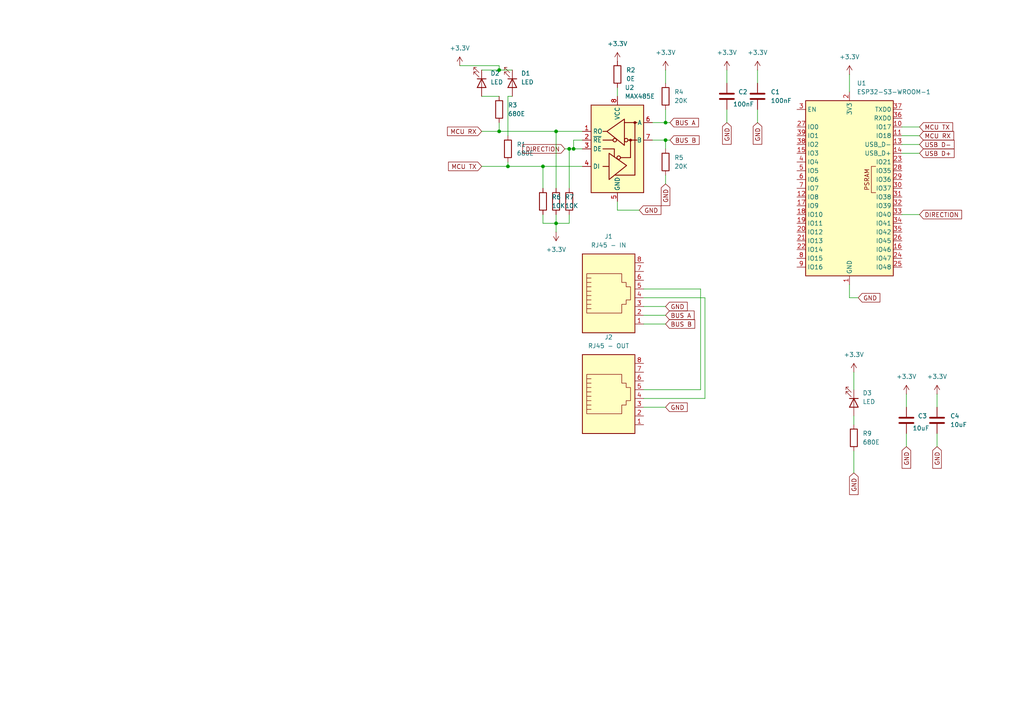
<source format=kicad_sch>
(kicad_sch (version 20250114) (generator "eeschema") (generator_version "9.0")
  (paper "A4")
  (lib_symbols
    (symbol "Connector:RJ45" (pin_names (offset 1.016))
      (property "Reference" "J" (at -5.08 13.97 0))
      (property "Value" "RJ45" (at 2.54 13.97 0))
      (symbol "RJ45_0_1"
        (polyline (pts (xy -6.35 1.905) (xy -5.08 1.905) (xy -5.08 1.905)))
        (polyline (pts (xy -6.35 0.635) (xy -5.08 0.635) (xy -5.08 0.635)))
        (polyline (pts (xy -6.35 -0.635) (xy -5.08 -0.635) (xy -5.08 -0.635)))
        (polyline (pts (xy -6.35 -1.905) (xy -5.08 -1.905) (xy -5.08 -1.905)))
        (polyline (pts (xy -6.35 -3.175) (xy -5.08 -3.175) (xy -5.08 -3.175)))
        (polyline (pts (xy -6.35 -4.445) (xy -6.35 6.985) (xy 3.81 6.985) (xy 3.81 4.445) (xy 5.08 4.445) (xy 5.08 3.175) (xy 6.35 3.175) (xy 6.35 -0.635) (xy 5.08 -0.635) (xy 5.08 -1.905) (xy 3.81 -1.905) (xy 3.81 -4.445) (xy -6.35 -4.445) (xy -6.35 -4.445)))
        (polyline (pts (xy -5.08 5.715) (xy -6.35 5.715)))
        (polyline (pts (xy -5.08 4.445) (xy -6.35 4.445)))
        (polyline (pts (xy -5.08 3.175) (xy -6.35 3.175) (xy -6.35 3.175)))
        (rectangle (start 7.62 12.7) (end -7.62 -10.16) (stroke (width 0.254)) (fill (type background)))
      )
      (symbol "RJ45_1_1"
        (pin passive line (at 10.16 10.16 180) (length 2.54) (name "~") (number "8"))
        (pin passive line (at 10.16 7.62 180) (length 2.54) (name "~") (number "7"))
        (pin passive line (at 10.16 5.08 180) (length 2.54) (name "~") (number "6"))
        (pin passive line (at 10.16 2.54 180) (length 2.54) (name "~") (number "5"))
        (pin passive line (at 10.16 0 180) (length 2.54) (name "~") (number "4"))
        (pin passive line (at 10.16 -2.54 180) (length 2.54) (name "~") (number "3"))
        (pin passive line (at 10.16 -5.08 180) (length 2.54) (name "~") (number "2"))
        (pin passive line (at 10.16 -7.62 180) (length 2.54) (name "~") (number "1"))
      )
    )
    (symbol "Device:C" (pin_numbers (hide yes)) (pin_names (offset 0.254))
      (property "Reference" "C" (at 0.635 2.54 0))
      (property "Value" "C" (at 0.635 -2.54 0))
      (symbol "C_0_1"
        (polyline (pts (xy -2.032 0.762) (xy 2.032 0.762)) (stroke (width 0.508)))
        (polyline (pts (xy -2.032 -0.762) (xy 2.032 -0.762)) (stroke (width 0.508)))
      )
      (symbol "C_1_1"
        (pin passive line (at 0 3.81 270) (length 2.794) (name "~") (number "1"))
        (pin passive line (at 0 -3.81 90) (length 2.794) (name "~") (number "2"))
      )
    )
    (symbol "Device:LED" (pin_numbers (hide yes)) (pin_names (offset 1.016) (hide yes))
      (property "Reference" "D" (at 0 2.54 0))
      (property "Value" "LED" (at 0 -2.54 0))
      (symbol "LED_0_1"
        (polyline (pts (xy -3.048 -0.762) (xy -4.572 -2.286) (xy -3.81 -2.286) (xy -4.572 -2.286) (xy -4.572 -1.524)))
        (polyline (pts (xy -1.778 -0.762) (xy -3.302 -2.286) (xy -2.54 -2.286) (xy -3.302 -2.286) (xy -3.302 -1.524)))
        (polyline (pts (xy -1.27 0) (xy 1.27 0)))
        (polyline (pts (xy -1.27 -1.27) (xy -1.27 1.27)) (stroke (width 0.254)))
        (polyline (pts (xy 1.27 -1.27) (xy 1.27 1.27) (xy -1.27 0) (xy 1.27 -1.27)) (stroke (width 0.254)))
      )
      (symbol "LED_1_1"
        (pin passive line (at -3.81 0 0) (length 2.54) (name "K") (number "1"))
        (pin passive line (at 3.81 0 180) (length 2.54) (name "A") (number "2"))
      )
    )
    (symbol "Device:R" (pin_numbers (hide yes)) (pin_names (offset 0))
      (property "Reference" "R" (at 2.032 0 90))
      (property "Value" "R" (at 0 0 90))
      (symbol "R_0_1"
        (rectangle (start -1.016 -2.54) (end 1.016 2.54) (stroke (width 0.254)))
      )
      (symbol "R_1_1"
        (pin passive line (at 0 3.81 270) (length 1.27) (name "~") (number "1"))
        (pin passive line (at 0 -3.81 90) (length 1.27) (name "~") (number "2"))
      )
    )
    (symbol "Interface_UART:MAX485E"
      (property "Reference" "U" (at -6.985 13.97 0))
      (property "Value" "MAX485E" (at 1.905 13.97 0))
      (symbol "MAX485E_0_1"
        (rectangle (start -7.62 12.7) (end 7.62 -12.7) (stroke (width 0.254)) (fill (type background)))
        (polyline (pts (xy -4.191 2.54) (xy -1.27 2.54)) (stroke (width 0.254)))
        (polyline (pts (xy -4.191 0) (xy -0.889 0) (xy -0.889 -2.286)) (stroke (width 0.254)))
        (polyline (pts (xy -3.175 5.08) (xy -4.191 5.08) (xy -4.064 5.08)) (stroke (width 0.254)))
        (polyline (pts (xy -2.54 -5.08) (xy -4.191 -5.08)) (stroke (width 0.254)))
        (polyline (pts (xy -2.413 -5.08) (xy -2.413 -1.27) (xy 2.667 -4.826) (xy -2.413 -8.89) (xy -2.413 -5.08)) (stroke (width 0.254)))
        (polyline (pts (xy -0.635 -7.62) (xy 5.08 -7.62)) (stroke (width 0.254)))
        (circle (center 0.381 -2.54) (radius 0.508) (stroke (width 0.254)))
        (polyline (pts (xy 0.889 -2.54) (xy 3.81 -2.54)) (stroke (width 0.254)))
        (polyline (pts (xy 2.032 7.62) (xy 5.715 7.62)) (stroke (width 0.254)))
        (polyline (pts (xy 3.048 2.54) (xy 5.715 2.54)) (stroke (width 0.254)))
        (circle (center 3.81 2.54) (radius 0.2794) (stroke (width 0.254)) (fill (type outline)))
        (polyline (pts (xy 3.81 -2.54) (xy 3.81 2.54)) (stroke (width 0.254)))
        (polyline (pts (xy 5.08 -7.62) (xy 5.08 7.62)) (stroke (width 0.254)))
      )
      (symbol "MAX485E_1_1"
        (circle (center -0.762 2.54) (radius 0.508) (stroke (width 0.254)))
        (polyline (pts (xy 2.032 4.826) (xy 2.032 8.636) (xy -3.048 5.08) (xy 2.032 1.016) (xy 2.032 4.826)) (stroke (width 0.254)))
        (circle (center 2.54 2.54) (radius 0.508) (stroke (width 0.254)))
        (circle (center 5.08 7.62) (radius 0.2794) (stroke (width 0.254)) (fill (type outline)))
        (pin output line (at -10.16 5.08 0) (length 2.54) (name "RO") (number "1"))
        (pin input line (at -10.16 2.54 0) (length 2.54) (name "~{RE}") (number "2"))
        (pin input line (at -10.16 0 0) (length 2.54) (name "DE") (number "3"))
        (pin input line (at -10.16 -5.08 0) (length 2.54) (name "DI") (number "4"))
        (pin power_in line (at 0 15.24 270) (length 2.54) (name "VCC") (number "8"))
        (pin power_in line (at 0 -15.24 90) (length 2.54) (name "GND") (number "5"))
        (pin bidirectional line (at 10.16 7.62 180) (length 2.54) (name "A") (number "6"))
        (pin bidirectional line (at 10.16 2.54 180) (length 2.54) (name "B") (number "7"))
      )
    )
    (symbol "RF_Module:ESP32-S3-WROOM-1"
      (property "Reference" "U" (at -12.7 26.67 0))
      (property "Value" "ESP32-S3-WROOM-1" (at 12.7 26.67 0))
      (symbol "ESP32-S3-WROOM-1_0_0"
        (rectangle (start -12.7 25.4) (end 12.7 -25.4) (stroke (width 0.254)) (fill (type background)))
        (text "PSRAM" (at 5.08 2.54 900) (effects (font (size 1.27 1.27))))
      )
      (symbol "ESP32-S3-WROOM-1_0_1"
        (polyline (pts (xy 7.62 -1.27) (xy 6.35 -1.27) (xy 6.35 6.35) (xy 7.62 6.35)))
      )
      (symbol "ESP32-S3-WROOM-1_1_1"
        (pin input line (at -15.24 22.86 0) (length 2.54) (name "EN") (number "3"))
        (pin bidirectional line (at -15.24 17.78 0) (length 2.54) (name "IO0") (number "27"))
        (pin bidirectional line (at -15.24 15.24 0) (length 2.54) (name "IO1") (number "39"))
        (pin bidirectional line (at -15.24 12.7 0) (length 2.54) (name "IO2") (number "38"))
        (pin bidirectional line (at -15.24 10.16 0) (length 2.54) (name "IO3") (number "15"))
        (pin bidirectional line (at -15.24 7.62 0) (length 2.54) (name "IO4") (number "4"))
        (pin bidirectional line (at -15.24 5.08 0) (length 2.54) (name "IO5") (number "5"))
        (pin bidirectional line (at -15.24 2.54 0) (length 2.54) (name "IO6") (number "6"))
        (pin bidirectional line (at -15.24 0 0) (length 2.54) (name "IO7") (number "7"))
        (pin bidirectional line (at -15.24 -2.54 0) (length 2.54) (name "IO8") (number "12"))
        (pin bidirectional line (at -15.24 -5.08 0) (length 2.54) (name "IO9") (number "17"))
        (pin bidirectional line (at -15.24 -7.62 0) (length 2.54) (name "IO10") (number "18"))
        (pin bidirectional line (at -15.24 -10.16 0) (length 2.54) (name "IO11") (number "19"))
        (pin bidirectional line (at -15.24 -12.7 0) (length 2.54) (name "IO12") (number "20"))
        (pin bidirectional line (at -15.24 -15.24 0) (length 2.54) (name "IO13") (number "21"))
        (pin bidirectional line (at -15.24 -17.78 0) (length 2.54) (name "IO14") (number "22"))
        (pin bidirectional line (at -15.24 -20.32 0) (length 2.54) (name "IO15") (number "8"))
        (pin bidirectional line (at -15.24 -22.86 0) (length 2.54) (name "IO16") (number "9"))
        (pin power_in line (at 0 27.94 270) (length 2.54) (name "3V3") (number "2"))
        (pin power_in line (at 0 -27.94 90) (length 2.54) (name "GND") (number "1"))
        (pin passive line (at 0 -27.94 90) (length 2.54) (hide yes) (name "GND") (number "40"))
        (pin passive line (at 0 -27.94 90) (length 2.54) (hide yes) (name "GND") (number "41"))
        (pin bidirectional line (at 15.24 22.86 180) (length 2.54) (name "TXD0") (number "37"))
        (pin bidirectional line (at 15.24 20.32 180) (length 2.54) (name "RXD0") (number "36"))
        (pin bidirectional line (at 15.24 17.78 180) (length 2.54) (name "IO17") (number "10"))
        (pin bidirectional line (at 15.24 15.24 180) (length 2.54) (name "IO18") (number "11"))
        (pin bidirectional line (at 15.24 12.7 180) (length 2.54) (name "USB_D-") (number "13"))
        (pin bidirectional line (at 15.24 10.16 180) (length 2.54) (name "USB_D+") (number "14"))
        (pin bidirectional line (at 15.24 7.62 180) (length 2.54) (name "IO21") (number "23"))
        (pin bidirectional line (at 15.24 5.08 180) (length 2.54) (name "IO35") (number "28"))
        (pin bidirectional line (at 15.24 2.54 180) (length 2.54) (name "IO36") (number "29"))
        (pin bidirectional line (at 15.24 0 180) (length 2.54) (name "IO37") (number "30"))
        (pin bidirectional line (at 15.24 -2.54 180) (length 2.54) (name "IO38") (number "31"))
        (pin bidirectional line (at 15.24 -5.08 180) (length 2.54) (name "IO39") (number "32"))
        (pin bidirectional line (at 15.24 -7.62 180) (length 2.54) (name "IO40") (number "33"))
        (pin bidirectional line (at 15.24 -10.16 180) (length 2.54) (name "IO41") (number "34"))
        (pin bidirectional line (at 15.24 -12.7 180) (length 2.54) (name "IO42") (number "35"))
        (pin bidirectional line (at 15.24 -15.24 180) (length 2.54) (name "IO45") (number "26"))
        (pin bidirectional line (at 15.24 -17.78 180) (length 2.54) (name "IO46") (number "16"))
        (pin bidirectional line (at 15.24 -20.32 180) (length 2.54) (name "IO47") (number "24"))
        (pin bidirectional line (at 15.24 -22.86 180) (length 2.54) (name "IO48") (number "25"))
      )
    )
    (symbol "power:+3.3V" (power) (pin_numbers (hide yes)) (pin_names (offset 0) (hide yes))
      (property "Value" "+3.3V" (at 0 3.556 0))
      (symbol "+3.3V_0_1"
        (polyline (pts (xy -0.762 1.27) (xy 0 2.54)))
        (polyline (pts (xy 0 2.54) (xy 0.762 1.27)))
        (polyline (pts (xy 0 0) (xy 0 2.54)))
      )
      (symbol "+3.3V_1_1"
        (pin power_in line (at 0 0 90) (length 0) (name "~") (number "1"))
      )
    )
  )
  (junction (at 165.1 43.18))
  (junction (at 161.29 64.77))
  (junction (at 193.04 35.56))
  (junction (at 193.04 40.64))
  (junction (at 147.32 48.26))
  (junction (at 144.78 20.32))
  (junction (at 157.48 48.26))
  (junction (at 161.29 38.1))
  (junction (at 166.37 43.18))
  (junction (at 144.78 38.1))
  (wire (pts (xy 261.62 41.91) (xy 266.7 41.91)))
  (wire (pts (xy 144.78 35.56) (xy 144.78 38.1)))
  (wire (pts (xy 219.71 31.75) (xy 219.71 35.56)))
  (wire (pts (xy 189.23 40.64) (xy 193.04 40.64)))
  (wire (pts (xy 219.71 20.32) (xy 219.71 24.13)))
  (wire (pts (xy 161.29 38.1) (xy 168.91 38.1)))
  (wire (pts (xy 246.38 82.55) (xy 246.38 86.36)))
  (wire (pts (xy 161.29 64.77) (xy 165.1 64.77)))
  (wire (pts (xy 179.07 58.42) (xy 179.07 60.96)))
  (wire (pts (xy 262.89 125.73) (xy 262.89 129.54)))
  (wire (pts (xy 186.69 86.36) (xy 204.47 86.36)))
  (wire (pts (xy 139.7 48.26) (xy 147.32 48.26)))
  (wire (pts (xy 161.29 64.77) (xy 161.29 67.31)))
  (wire (pts (xy 147.32 48.26) (xy 157.48 48.26)))
  (wire (pts (xy 247.65 107.95) (xy 247.65 113.03)))
  (wire (pts (xy 166.37 43.18) (xy 166.37 40.64)))
  (wire (pts (xy 203.2 113.03) (xy 203.2 83.82)))
  (wire (pts (xy 247.65 130.81) (xy 247.65 137.16)))
  (wire (pts (xy 210.82 20.32) (xy 210.82 24.13)))
  (wire (pts (xy 210.82 31.75) (xy 210.82 35.56)))
  (wire (pts (xy 261.62 62.23) (xy 266.7 62.23)))
  (wire (pts (xy 204.47 115.57) (xy 186.69 115.57)))
  (wire (pts (xy 144.78 19.05) (xy 144.78 20.32)))
  (wire (pts (xy 139.7 27.94) (xy 144.78 27.94)))
  (wire (pts (xy 165.1 62.23) (xy 165.1 64.77)))
  (wire (pts (xy 165.1 43.18) (xy 166.37 43.18)))
  (wire (pts (xy 157.48 64.77) (xy 161.29 64.77)))
  (wire (pts (xy 186.69 93.98) (xy 193.04 93.98)))
  (wire (pts (xy 271.78 114.3) (xy 271.78 118.11)))
  (wire (pts (xy 139.7 38.1) (xy 144.78 38.1)))
  (wire (pts (xy 247.65 120.65) (xy 247.65 123.19)))
  (wire (pts (xy 157.48 62.23) (xy 157.48 64.77)))
  (wire (pts (xy 166.37 40.64) (xy 168.91 40.64)))
  (wire (pts (xy 179.07 25.4) (xy 179.07 27.94)))
  (wire (pts (xy 246.38 86.36) (xy 248.92 86.36)))
  (wire (pts (xy 271.78 125.73) (xy 271.78 129.54)))
  (wire (pts (xy 144.78 38.1) (xy 161.29 38.1)))
  (wire (pts (xy 193.04 31.75) (xy 193.04 35.56)))
  (wire (pts (xy 193.04 20.32) (xy 193.04 24.13)))
  (wire (pts (xy 186.69 113.03) (xy 203.2 113.03)))
  (wire (pts (xy 168.91 43.18) (xy 166.37 43.18)))
  (wire (pts (xy 193.04 40.64) (xy 193.04 43.18)))
  (wire (pts (xy 144.78 20.32) (xy 148.59 20.32)))
  (wire (pts (xy 193.04 50.8) (xy 193.04 53.34)))
  (wire (pts (xy 133.35 19.05) (xy 144.78 19.05)))
  (wire (pts (xy 193.04 40.64) (xy 194.31 40.64)))
  (wire (pts (xy 186.69 91.44) (xy 193.04 91.44)))
  (wire (pts (xy 193.04 35.56) (xy 194.31 35.56)))
  (wire (pts (xy 189.23 35.56) (xy 193.04 35.56)))
  (wire (pts (xy 157.48 48.26) (xy 168.91 48.26)))
  (wire (pts (xy 147.32 39.37) (xy 147.32 27.94)))
  (wire (pts (xy 161.29 62.23) (xy 161.29 64.77)))
  (wire (pts (xy 161.29 38.1) (xy 161.29 54.61)))
  (wire (pts (xy 261.62 39.37) (xy 266.7 39.37)))
  (wire (pts (xy 163.83 43.18) (xy 165.1 43.18)))
  (wire (pts (xy 261.62 36.83) (xy 266.7 36.83)))
  (wire (pts (xy 186.69 88.9) (xy 193.04 88.9)))
  (wire (pts (xy 204.47 86.36) (xy 204.47 115.57)))
  (wire (pts (xy 179.07 60.96) (xy 185.42 60.96)))
  (wire (pts (xy 262.89 114.3) (xy 262.89 118.11)))
  (wire (pts (xy 261.62 44.45) (xy 266.7 44.45)))
  (wire (pts (xy 147.32 46.99) (xy 147.32 48.26)))
  (wire (pts (xy 203.2 83.82) (xy 186.69 83.82)))
  (wire (pts (xy 139.7 20.32) (xy 144.78 20.32)))
  (wire (pts (xy 186.69 118.11) (xy 193.04 118.11)))
  (wire (pts (xy 246.38 21.59) (xy 246.38 26.67)))
  (wire (pts (xy 165.1 43.18) (xy 165.1 54.61)))
  (wire (pts (xy 157.48 48.26) (xy 157.48 54.61)))
  (wire (pts (xy 147.32 27.94) (xy 148.59 27.94)))
  (global_label "MCU TX" (shape input) (at 139.7 48.26 180) (property "Intersheetrefs" "${INTERSHEET_REFS}" (effects (hide yes))))
  (global_label "BUS A" (shape input) (at 194.31 35.56 0) (property "Intersheetrefs" "${INTERSHEET_REFS}" (effects (hide yes))))
  (global_label "USB D+" (shape input) (at 266.7 44.45 0) (property "Intersheetrefs" "${INTERSHEET_REFS}" (effects (hide yes))))
  (global_label "BUS A" (shape input) (at 193.04 91.44 0) (property "Intersheetrefs" "${INTERSHEET_REFS}" (effects (hide yes))))
  (global_label "GND" (shape input) (at 210.82 35.56 270) (property "Intersheetrefs" "${INTERSHEET_REFS}" (effects (hide yes))))
  (global_label "DIRECTION" (shape input) (at 266.7 62.23 0) (property "Intersheetrefs" "${INTERSHEET_REFS}" (effects (hide yes))))
  (global_label "MCU RX" (shape input) (at 139.7 38.1 180) (property "Intersheetrefs" "${INTERSHEET_REFS}" (effects (hide yes))))
  (global_label "GND" (shape input) (at 193.04 88.9 0) (property "Intersheetrefs" "${INTERSHEET_REFS}" (effects (hide yes))))
  (global_label "GND" (shape input) (at 219.71 35.56 270) (property "Intersheetrefs" "${INTERSHEET_REFS}" (effects (hide yes))))
  (global_label "GND" (shape input) (at 247.65 137.16 270) (property "Intersheetrefs" "${INTERSHEET_REFS}" (effects (hide yes))))
  (global_label "GND" (shape input) (at 193.04 53.34 270) (property "Intersheetrefs" "${INTERSHEET_REFS}" (effects (hide yes))))
  (global_label "GND" (shape input) (at 185.42 60.96 0) (property "Intersheetrefs" "${INTERSHEET_REFS}" (effects (hide yes))))
  (global_label "GND" (shape input) (at 271.78 129.54 270) (property "Intersheetrefs" "${INTERSHEET_REFS}" (effects (hide yes))))
  (global_label "DIRECTION" (shape input) (at 163.83 43.18 180) (property "Intersheetrefs" "${INTERSHEET_REFS}" (effects (hide yes))))
  (global_label "BUS B" (shape input) (at 194.31 40.64 0) (property "Intersheetrefs" "${INTERSHEET_REFS}" (effects (hide yes))))
  (global_label "GND" (shape input) (at 248.92 86.36 0) (property "Intersheetrefs" "${INTERSHEET_REFS}" (effects (hide yes))))
  (global_label "MCU TX" (shape input) (at 266.7 36.83 0) (property "Intersheetrefs" "${INTERSHEET_REFS}" (effects (hide yes))))
  (global_label "MCU RX" (shape input) (at 266.7 39.37 0) (property "Intersheetrefs" "${INTERSHEET_REFS}" (effects (hide yes))))
  (global_label "GND" (shape input) (at 193.04 118.11 0) (property "Intersheetrefs" "${INTERSHEET_REFS}" (effects (hide yes))))
  (global_label "BUS B" (shape input) (at 193.04 93.98 0) (property "Intersheetrefs" "${INTERSHEET_REFS}" (effects (hide yes))))
  (global_label "GND" (shape input) (at 262.89 129.54 270) (property "Intersheetrefs" "${INTERSHEET_REFS}" (effects (hide yes))))
  (global_label "USB D-" (shape input) (at 266.7 41.91 0) (property "Intersheetrefs" "${INTERSHEET_REFS}" (effects (hide yes))))
  (symbol (lib_id "Device:R") (at 247.65 127 0) (unit 1)
    (property "Reference" "R9" (at 250.19 125.7299 0) (effects (justify left)))
    (property "Value" "680E" (at 250.19 128.2699 0) (effects (justify left)))
    (property "Footprint" "Resistor_SMD:R_1206_3216Metric" (effects (hide yes)))
    (property "Description" "Resistor" (effects (hide yes)))
  )
  (symbol (lib_id "Device:C") (at 219.71 27.94 0) (unit 1)
    (property "Reference" "C1" (at 223.52 26.6699 0) (effects (justify left)))
    (property "Value" "100nF" (at 223.52 29.2099 0) (effects (justify left)))
    (property "Footprint" "Resistor_SMD:R_1206_3216Metric" (effects (hide yes)))
    (property "Description" "Unpolarized capacitor" (effects (hide yes)))
  )
  (symbol (lib_id "Device:LED") (at 247.65 116.84 270) (unit 1)
    (property "Reference" "D3" (at 250.19 113.9824 90) (effects (justify left)))
    (property "Value" "LED" (at 250.19 116.5224 90) (effects (justify left)))
    (property "Footprint" "Resistor_SMD:R_1206_3216Metric" (effects (hide yes)))
    (property "Description" "Light emitting diode" (effects (hide yes)))
    (property "Sim.Pins" "1=K 2=A" (effects (hide yes)))
  )
  (symbol (lib_id "Device:R") (at 193.04 27.94 0) (unit 1)
    (property "Reference" "R4" (at 195.58 26.6699 0) (effects (justify left)))
    (property "Value" "20K" (at 195.58 29.2099 0) (effects (justify left)))
    (property "Footprint" "Resistor_SMD:R_1206_3216Metric" (effects (hide yes)))
    (property "Description" "Resistor" (effects (hide yes)))
  )
  (symbol (lib_id "power:+3.3V") (at 246.38 21.59 0) (unit 1)
    (property "Reference" "#PWR03" (effects (hide yes)))
    (property "Value" "+3.3V" (at 246.38 16.51 0))
    (property "Description" "Power symbol creates a global label with name \"+3.3V\"" (effects (hide yes)))
  )
  (symbol (lib_id "power:+3.3V") (at 262.89 114.3 0) (unit 1)
    (property "Reference" "#PWR09" (effects (hide yes)))
    (property "Value" "+3.3V" (at 262.89 109.22 0))
    (property "Description" "Power symbol creates a global label with name \"+3.3V\"" (effects (hide yes)))
  )
  (symbol (lib_id "power:+3.3V") (at 210.82 20.32 0) (unit 1)
    (property "Reference" "#PWR05" (effects (hide yes)))
    (property "Value" "+3.3V" (at 210.82 15.24 0))
    (property "Description" "Power symbol creates a global label with name \"+3.3V\"" (effects (hide yes)))
  )
  (symbol (lib_id "power:+3.3V") (at 133.35 19.05 0) (unit 1)
    (property "Reference" "#PWR01" (effects (hide yes)))
    (property "Value" "+3.3V" (at 133.35 13.97 0))
    (property "Description" "Power symbol creates a global label with name \"+3.3V\"" (effects (hide yes)))
  )
  (symbol (lib_id "Device:LED") (at 139.7 24.13 270) (unit 1)
    (property "Reference" "D2" (at 142.24 21.2724 90) (effects (justify left)))
    (property "Value" "LED" (at 142.24 23.8124 90) (effects (justify left)))
    (property "Footprint" "Resistor_SMD:R_1206_3216Metric" (effects (hide yes)))
    (property "Description" "Light emitting diode" (effects (hide yes)))
    (property "Sim.Pins" "1=K 2=A" (effects (hide yes)))
  )
  (symbol (lib_id "power:+3.3V") (at 219.71 20.32 0) (unit 1)
    (property "Reference" "#PWR04" (effects (hide yes)))
    (property "Value" "+3.3V" (at 219.71 15.24 0))
    (property "Description" "Power symbol creates a global label with name \"+3.3V\"" (effects (hide yes)))
  )
  (symbol (lib_id "Device:R") (at 147.32 43.18 0) (unit 1)
    (property "Reference" "R1" (at 149.86 41.9099 0) (effects (justify left)))
    (property "Value" "680E" (at 149.86 44.4499 0) (effects (justify left)))
    (property "Footprint" "Resistor_SMD:R_1206_3216Metric" (effects (hide yes)))
    (property "Description" "Resistor" (effects (hide yes)))
  )
  (symbol (lib_id "Connector:RJ45") (at 176.53 115.57 0) (unit 1)
    (property "Reference" "J2" (at 176.53 97.79 0))
    (property "Value" "RJ45 - OUT" (at 176.53 100.33 0))
    (property "Footprint" "Connector_RJ:RJ45_OST_PJ012-8P8CX_Vertical" (effects (hide yes)))
    (property "Description" "RJ connector, 8P8C (8 positions 8 connected)" (effects (hide yes)))
  )
  (symbol (lib_id "power:+3.3V") (at 271.78 114.3 0) (unit 1)
    (property "Reference" "#PWR010" (effects (hide yes)))
    (property "Value" "+3.3V" (at 271.78 109.22 0))
    (property "Description" "Power symbol creates a global label with name \"+3.3V\"" (effects (hide yes)))
  )
  (symbol (lib_id "Device:R") (at 179.07 21.59 0) (unit 1)
    (property "Reference" "R2" (at 181.61 20.3199 0) (effects (justify left)))
    (property "Value" "0E" (at 181.61 22.8599 0) (effects (justify left)))
    (property "Footprint" "Resistor_SMD:R_1206_3216Metric" (effects (hide yes)))
    (property "Description" "Resistor" (effects (hide yes)))
  )
  (symbol (lib_id "Interface_UART:MAX485E") (at 179.07 43.18 0) (unit 1)
    (property "Reference" "U2" (at 181.2133 25.4 0) (effects (justify left)))
    (property "Value" "MAX485E" (at 181.2133 27.94 0) (effects (justify left)))
    (property "Footprint" "Package_SO:SOIC-8_3.9x4.9mm_P1.27mm" (effects (hide yes)))
    (property "Datasheet" "https://datasheets.maximintegrated.com/en/ds/MAX1487E-MAX491E.pdf" (effects (hide yes)))
    (property "Description" "Half duplex RS-485/RS-422, 2.5 Mbps, ±15kV electro-static discharge (ESD) protection, no slew-rate, no low-power shutdown, with receiver/driver enable, 32 receiver drive capability, DIP-8 and SOIC-8" (effects (hide yes)))
  )
  (symbol (lib_id "Device:R") (at 157.48 58.42 0) (unit 1)
    (property "Reference" "R6" (at 160.02 57.1499 0) (effects (justify left)))
    (property "Value" "10K" (at 160.02 59.6899 0) (effects (justify left)))
    (property "Footprint" "Resistor_SMD:R_1206_3216Metric" (effects (hide yes)))
    (property "Description" "Resistor" (effects (hide yes)))
  )
  (symbol (lib_id "Device:LED") (at 148.59 24.13 270) (unit 1)
    (property "Reference" "D1" (at 151.13 21.2724 90) (effects (justify left)))
    (property "Value" "LED" (at 151.13 23.8124 90) (effects (justify left)))
    (property "Footprint" "Resistor_SMD:R_1206_3216Metric" (effects (hide yes)))
    (property "Description" "Light emitting diode" (effects (hide yes)))
    (property "Sim.Pins" "1=K 2=A" (effects (hide yes)))
  )
  (symbol (lib_id "Device:R") (at 193.04 46.99 0) (unit 1)
    (property "Reference" "R5" (at 195.58 45.7199 0) (effects (justify left)))
    (property "Value" "20K" (at 195.58 48.2599 0) (effects (justify left)))
    (property "Footprint" "Resistor_SMD:R_1206_3216Metric" (effects (hide yes)))
    (property "Description" "Resistor" (effects (hide yes)))
  )
  (symbol (lib_id "Device:C") (at 210.82 27.94 0) (unit 1)
    (property "Reference" "C2" (at 214.122 26.67 0) (effects (justify left)))
    (property "Value" "100nF" (at 212.598 30.226 0) (effects (justify left)))
    (property "Footprint" "Resistor_SMD:R_1206_3216Metric" (effects (hide yes)))
    (property "Description" "Unpolarized capacitor" (effects (hide yes)))
  )
  (symbol (lib_id "power:+3.3V") (at 247.65 107.95 0) (unit 1)
    (property "Reference" "#PWR08" (effects (hide yes)))
    (property "Value" "+3.3V" (at 247.65 102.87 0))
    (property "Description" "Power symbol creates a global label with name \"+3.3V\"" (effects (hide yes)))
  )
  (symbol (lib_id "Device:C") (at 271.78 121.92 0) (unit 1)
    (property "Reference" "C4" (at 275.59 120.6499 0) (effects (justify left)))
    (property "Value" "10uF" (at 275.59 123.1899 0) (effects (justify left)))
    (property "Footprint" "Resistor_SMD:R_1206_3216Metric" (effects (hide yes)))
    (property "Description" "Unpolarized capacitor" (effects (hide yes)))
  )
  (symbol (lib_id "power:+3.3V") (at 193.04 20.32 0) (unit 1)
    (property "Reference" "#PWR06" (effects (hide yes)))
    (property "Value" "+3.3V" (at 193.04 15.24 0))
    (property "Description" "Power symbol creates a global label with name \"+3.3V\"" (effects (hide yes)))
  )
  (symbol (lib_id "Device:R") (at 165.1 58.42 0) (unit 1)
    (property "Reference" "R8" (effects (hide yes)))
    (property "Value" "10K" (effects (hide yes)))
    (property "Footprint" "Resistor_SMD:R_1206_3216Metric" (effects (hide yes)))
    (property "Description" "Resistor" (effects (hide yes)))
  )
  (symbol (lib_id "RF_Module:ESP32-S3-WROOM-1") (at 246.38 54.61 0) (unit 1)
    (property "Reference" "U1" (at 248.5233 24.13 0) (effects (justify left)))
    (property "Value" "ESP32-S3-WROOM-1" (at 248.5233 26.67 0) (effects (justify left)))
    (property "Footprint" "RF_Module:ESP32-S3-WROOM-1" (effects (hide yes)))
    (property "Datasheet" "https://www.espressif.com/sites/default/files/documentation/esp32-s3-wroom-1_wroom-1u_datasheet_en.pdf" (effects (hide yes)))
    (property "Description" "RF Module, ESP32-S3 SoC, Wi-Fi 802.11b/g/n, Bluetooth, BLE, 32-bit, 3.3V, onboard antenna, SMD" (effects (hide yes)))
  )
  (symbol (lib_id "power:+3.3V") (at 179.07 17.78 0) (unit 1)
    (property "Reference" "#PWR02" (effects (hide yes)))
    (property "Value" "+3.3V" (at 179.07 12.7 0))
    (property "Description" "Power symbol creates a global label with name \"+3.3V\"" (effects (hide yes)))
  )
  (symbol (lib_id "Connector:RJ45") (at 176.53 86.36 0) (unit 1)
    (property "Reference" "J1" (at 176.53 68.58 0))
    (property "Value" "RJ45 - IN" (at 176.53 71.12 0))
    (property "Footprint" "Connector_RJ:RJ45_OST_PJ012-8P8CX_Vertical" (effects (hide yes)))
    (property "Description" "RJ connector, 8P8C (8 positions 8 connected)" (effects (hide yes)))
  )
  (symbol (lib_id "Device:R") (at 161.29 58.42 0) (unit 1)
    (property "Reference" "R7" (at 163.83 57.1499 0) (effects (justify left)))
    (property "Value" "10K" (at 163.83 59.6899 0) (effects (justify left)))
    (property "Footprint" "Resistor_SMD:R_1206_3216Metric" (effects (hide yes)))
    (property "Description" "Resistor" (effects (hide yes)))
  )
  (symbol (lib_id "Device:R") (at 144.78 31.75 0) (unit 1)
    (property "Reference" "R3" (at 147.32 30.4799 0) (effects (justify left)))
    (property "Value" "680E" (at 147.32 33.0199 0) (effects (justify left)))
    (property "Footprint" "Resistor_SMD:R_1206_3216Metric" (effects (hide yes)))
    (property "Description" "Resistor" (effects (hide yes)))
  )
  (symbol (lib_id "power:+3.3V") (at 161.29 67.31 180) (unit 1)
    (property "Reference" "#PWR07" (effects (hide yes)))
    (property "Value" "+3.3V" (at 161.29 72.39 0))
    (property "Description" "Power symbol creates a global label with name \"+3.3V\"" (effects (hide yes)))
  )
  (symbol (lib_id "Device:C") (at 262.89 121.92 0) (unit 1)
    (property "Reference" "C3" (at 266.192 120.65 0) (effects (justify left)))
    (property "Value" "10uF" (at 264.668 124.206 0) (effects (justify left)))
    (property "Footprint" "Resistor_SMD:R_1206_3216Metric" (effects (hide yes)))
    (property "Description" "Unpolarized capacitor" (effects (hide yes)))
  )
)
</source>
